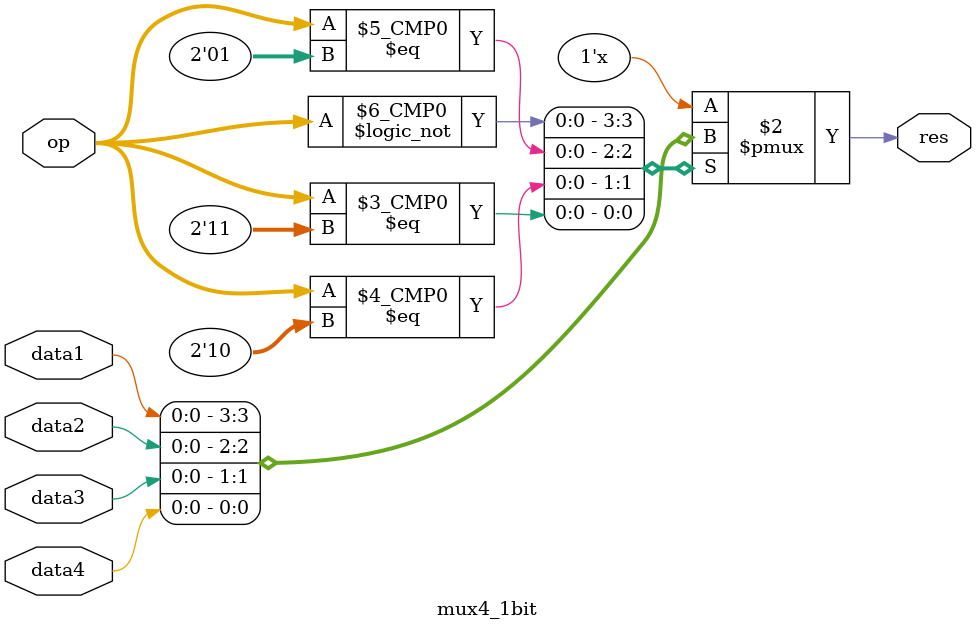
<source format=v>
module mux4_1bit(
  input data1,
  input data2,
  input data3,
  input data4,
  input [1:0] op,
  output reg res);

  always @* begin
    case (op)
    2'b00: res <= data1;
    2'b01: res <= data2;
    2'b10: res <= data3;
    2'b11: res <= data4;
    default: res <= 1'b0;
    endcase
  end
endmodule
</source>
